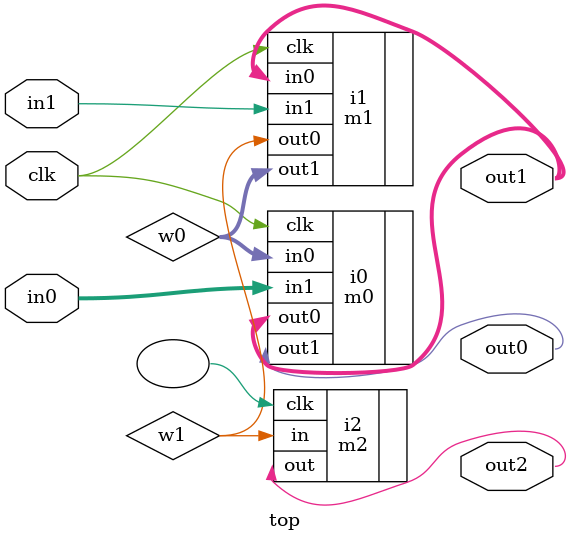
<source format=v>
module top (
clk,
in0,
in1,
out0,
out1,
out2
);

input clk;
input [1:0] in0;
input in1;
output out0;
output [7:0] out1;
output out2;

wire [7:0] w0;
wire w1;
m0 i0 (.clk(clk), .in0(w0[7:0]),.in1(in0[1:0]), .out0(out1),.out1(out0));
m1 #(77) i1 (
.clk(clk), .in0(out1),.in1(in1), .out0(w1),.out1(w0[7:0])
);
m2 i2 (.clk(), .in(w1), .out(out2) );
endmodule

</source>
